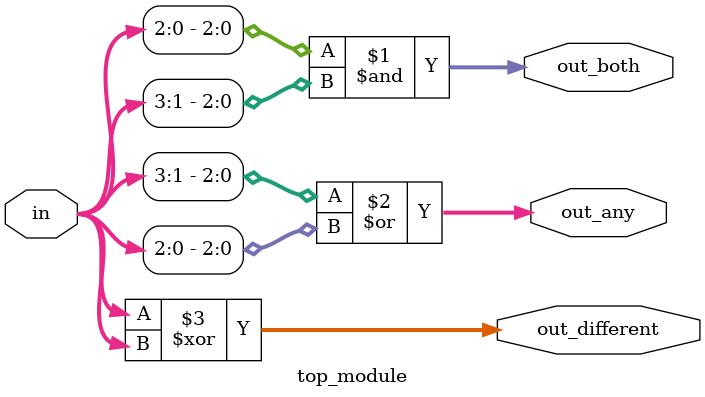
<source format=sv>
module top_module (
    input [3:0] in,
    output [2:0] out_both,
    output [3:1] out_any,
    output [3:0] out_different
);

    assign out_both = in[2:0] & in[3:1];
    assign out_any = in[3:1] | in[2:0];
    assign out_different = in ^ {in[3:1], in[0]};

endmodule

</source>
